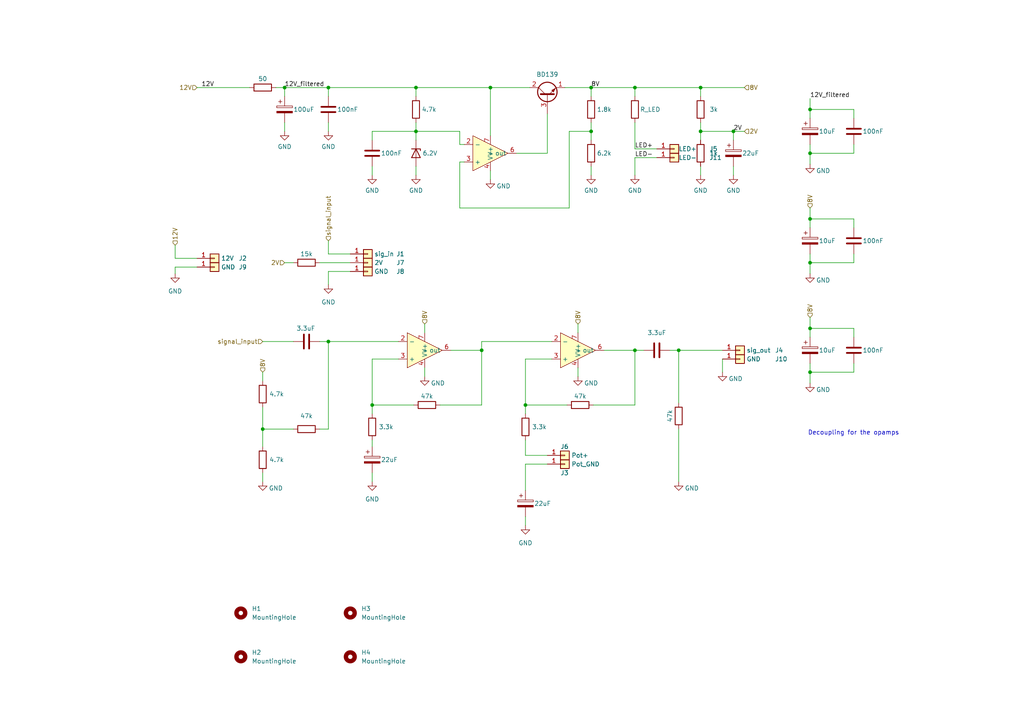
<source format=kicad_sch>
(kicad_sch (version 20230121) (generator eeschema)
  (paper "A4")
  (title_block (title "Mikrofonverstärker") (date "2023-09-23") (rev "A"))
  (lib_symbols
    (symbol "Connector_Generic:Conn_01x01" (pin_names (offset 1.016) hide)
      (property "Reference" "J" (at 0 2.54 0))
      (property "Value" "Conn_01x01" (at 0 -2.54 0))
      (symbol "Conn_01x01_1_1"
        (rectangle (start -1.27 0.127) (end 0 -0.127) (stroke (width 0.1524)))
        (rectangle (start -1.27 1.27) (end 1.27 -1.27) (stroke (width 0.254)) (fill (type background)))
        (pin passive line (at -5.08 0 0) (length 3.81) (name "Pin_1") (number "1"))
      )
    )
    (symbol "Device:C" (pin_numbers hide) (pin_names (offset 0.254))
      (property "Reference" "C" (at 0.635 2.54 0))
      (property "Value" "C" (at 0.635 -2.54 0))
      (symbol "C_0_1"
        (polyline (pts (xy -2.032 -0.762) (xy 2.032 -0.762)) (stroke (width 0.508)))
        (polyline (pts (xy -2.032 0.762) (xy 2.032 0.762)) (stroke (width 0.508)))
      )
      (symbol "C_1_1"
        (pin passive line (at 0 3.81 270) (length 2.794) (name "~") (number "1"))
        (pin passive line (at 0 -3.81 90) (length 2.794) (name "~") (number "2"))
      )
    )
    (symbol "Device:C_Polarized" (pin_numbers hide) (pin_names (offset 0.254))
      (property "Reference" "C" (at 0.635 2.54 0))
      (property "Value" "C_Polarized" (at 0.635 -2.54 0))
      (symbol "C_Polarized_0_1"
        (rectangle (start -2.286 0.508) (end 2.286 1.016))
        (polyline (pts (xy -1.778 2.286) (xy -0.762 2.286)))
        (polyline (pts (xy -1.27 2.794) (xy -1.27 1.778)))
        (rectangle (start 2.286 -0.508) (end -2.286 -1.016) (fill (type outline)))
      )
      (symbol "C_Polarized_1_1"
        (pin passive line (at 0 3.81 270) (length 2.794) (name "~") (number "1"))
        (pin passive line (at 0 -3.81 90) (length 2.794) (name "~") (number "2"))
      )
    )
    (symbol "Device:D_Zener" (pin_numbers hide) (pin_names (offset 1.016) hide)
      (property "Reference" "D" (at 0 2.54 0))
      (property "Value" "D_Zener" (at 0 -2.54 0))
      (symbol "D_Zener_0_1"
        (polyline (pts (xy 1.27 0) (xy -1.27 0)))
        (polyline (pts (xy -1.27 -1.27) (xy -1.27 1.27) (xy -0.762 1.27)) (stroke (width 0.254)))
        (polyline (pts (xy 1.27 -1.27) (xy 1.27 1.27) (xy -1.27 0) (xy 1.27 -1.27)) (stroke (width 0.254)))
      )
      (symbol "D_Zener_1_1"
        (pin passive line (at -3.81 0 0) (length 2.54) (name "K") (number "1"))
        (pin passive line (at 3.81 0 180) (length 2.54) (name "A") (number "2"))
      )
    )
    (symbol "Device:R" (pin_numbers hide) (pin_names (offset 0))
      (property "Reference" "R" (at 2.032 0 90))
      (property "Value" "R" (at 0 0 90))
      (symbol "R_0_1"
        (rectangle (start -1.016 -2.54) (end 1.016 2.54) (stroke (width 0.254)))
      )
      (symbol "R_1_1"
        (pin passive line (at 0 3.81 270) (length 1.27) (name "~") (number "1"))
        (pin passive line (at 0 -3.81 90) (length 1.27) (name "~") (number "2"))
      )
    )
    (symbol "Mechanical:MountingHole" (pin_names (offset 1.016))
      (property "Reference" "H" (at 0 5.08 0))
      (property "Value" "MountingHole" (at 0 3.175 0))
      (symbol "MountingHole_0_1"
        (circle (center 0 0) (radius 1.27) (stroke (width 1.27)))
      )
    )
    (symbol "Transistor_BJT:BD139" (pin_names (offset 0) hide)
      (property "Reference" "Q" (at 5.08 1.905 0))
      (property "Value" "BD139" (at 5.08 0 0))
      (symbol "BD139_0_1"
        (polyline (pts (xy 0 0) (xy 0.635 0)))
        (polyline (pts (xy 2.54 -2.54) (xy 0.635 -0.635)))
        (polyline (pts (xy 2.54 2.54) (xy 0.635 0.635)))
        (polyline (pts (xy 0.635 1.905) (xy 0.635 -1.905) (xy 0.635 -1.905)) (stroke (width 0.508)) (fill (type outline)))
        (polyline (pts (xy 1.2446 -1.778) (xy 1.7526 -1.27) (xy 2.286 -2.286) (xy 1.2446 -1.778) (xy 1.2446 -1.778)) (fill (type outline)))
        (circle (center 1.27 0) (radius 2.8194) (stroke (width 0.3048)))
      )
      (symbol "BD139_1_1"
        (pin passive line (at 2.54 -5.08 90) (length 2.54) (name "E") (number "1"))
        (pin passive line (at 2.54 5.08 270) (length 2.54) (name "C") (number "2"))
        (pin input line (at -5.08 0 0) (length 5.08) (name "B") (number "3"))
      )
    )
    (symbol "opamps:single_opamp"
      (property "Reference" "U" (at 0 0 0))
      (symbol "single_opamp_1_1"
        (polyline (pts (xy 5.08 0) (xy -5.08 5.08) (xy -5.08 0) (xy -5.08 -5.08) (xy 5.08 0)) (fill (type background)))
        (pin input line (at -7.62 2.54 0) (length 2.54) (name "-") (number "2"))
        (pin input line (at -7.62 -2.54 0) (length 2.54) (name "+") (number "3"))
        (pin input line (at 0 -5.08 90) (length 2.54) (name "V-") (number "4"))
        (pin output line (at 7.62 0 180) (length 2.54) (name "out") (number "6"))
        (pin input line (at 0 5.08 270) (length 2.54) (name "V+") (number "7"))
      )
    )
    (symbol "power:GND" (power) (pin_names (offset 0))
      (property "Value" "GND" (at 0 -3.81 0))
      (symbol "GND_0_1"
        (polyline (pts (xy 0 0) (xy 0 -1.27) (xy 1.27 -1.27) (xy 0 -2.54) (xy -1.27 -1.27) (xy 0 -1.27)))
      )
      (symbol "GND_1_1"
        (pin power_in line (at 0 0 270) (length 0) hide (name "GND") (number "1"))
      )
    )
  )
  (junction (at 203.2 25.4))
  (junction (at 196.85 101.6))
  (junction (at 234.95 63.5))
  (junction (at 95.25 99.06))
  (junction (at 95.25 25.4))
  (junction (at 76.2 124.46))
  (junction (at 139.7 101.6))
  (junction (at 171.45 38.1))
  (junction (at 120.65 25.4))
  (junction (at 120.65 38.1))
  (junction (at 234.95 95.25))
  (junction (at 82.55 25.4))
  (junction (at 184.15 101.6))
  (junction (at 203.2 38.1))
  (junction (at 234.95 31.75))
  (junction (at 212.725 38.1))
  (junction (at 107.95 117.475))
  (junction (at 171.45 25.4))
  (junction (at 234.95 76.2))
  (junction (at 234.95 44.45))
  (junction (at 234.95 107.95))
  (junction (at 142.24 25.4))
  (junction (at 184.15 25.4))
  (junction (at 152.4 117.475))
  (wire (pts (xy 234.95 63.5) (xy 234.95 66.04)))
  (wire (pts (xy 209.55 107.95) (xy 209.55 104.14)))
  (wire (pts (xy 107.95 40.64) (xy 107.95 38.1)))
  (wire (pts (xy 120.65 38.1) (xy 133.35 38.1)))
  (wire (pts (xy 95.25 73.66) (xy 101.6 73.66)))
  (wire (pts (xy 184.15 35.56) (xy 184.15 43.18)))
  (wire (pts (xy 107.95 38.1) (xy 120.65 38.1)))
  (wire (pts (xy 171.45 38.1) (xy 171.45 40.64)))
  (wire (pts (xy 152.4 117.475) (xy 164.465 117.475)))
  (wire (pts (xy 163.83 25.4) (xy 171.45 25.4)))
  (wire (pts (xy 234.95 76.2) (xy 247.65 76.2)))
  (wire (pts (xy 212.725 38.1) (xy 212.725 40.64)))
  (wire (pts (xy 165.1 38.1) (xy 165.1 60.325)))
  (wire (pts (xy 50.8 77.47) (xy 57.15 77.47)))
  (wire (pts (xy 152.4 149.86) (xy 152.4 152.4)))
  (wire (pts (xy 203.2 38.1) (xy 203.2 40.64)))
  (wire (pts (xy 139.7 99.06) (xy 160.02 99.06)))
  (wire (pts (xy 203.2 38.1) (xy 212.725 38.1)))
  (wire (pts (xy 196.85 101.6) (xy 209.55 101.6)))
  (wire (pts (xy 152.4 132.08) (xy 158.75 132.08)))
  (wire (pts (xy 139.7 101.6) (xy 139.7 117.475)))
  (wire (pts (xy 152.4 127.635) (xy 152.4 132.08)))
  (wire (pts (xy 76.2 124.46) (xy 85.09 124.46)))
  (wire (pts (xy 171.45 35.56) (xy 171.45 38.1)))
  (wire (pts (xy 167.64 106.68) (xy 167.64 109.22)))
  (wire (pts (xy 133.35 41.91) (xy 134.62 41.91)))
  (wire (pts (xy 171.45 48.26) (xy 171.45 50.8)))
  (wire (pts (xy 171.45 27.94) (xy 171.45 25.4)))
  (wire (pts (xy 234.95 95.25) (xy 247.65 95.25)))
  (wire (pts (xy 167.64 93.98) (xy 167.64 96.52)))
  (wire (pts (xy 50.8 74.93) (xy 57.15 74.93)))
  (wire (pts (xy 247.65 66.04) (xy 247.65 63.5)))
  (wire (pts (xy 158.75 33.02) (xy 158.75 44.45)))
  (wire (pts (xy 133.35 38.1) (xy 133.35 41.91)))
  (wire (pts (xy 107.95 104.14) (xy 107.95 117.475)))
  (wire (pts (xy 95.25 78.74) (xy 101.6 78.74)))
  (wire (pts (xy 234.95 105.41) (xy 234.95 107.95)))
  (wire (pts (xy 152.4 117.475) (xy 152.4 120.015)))
  (wire (pts (xy 234.95 28.575) (xy 234.95 31.75)))
  (wire (pts (xy 184.15 25.4) (xy 203.2 25.4)))
  (wire (pts (xy 160.02 104.14) (xy 152.4 104.14)))
  (wire (pts (xy 139.7 99.06) (xy 139.7 101.6)))
  (wire (pts (xy 107.95 137.16) (xy 107.95 139.7)))
  (wire (pts (xy 247.65 97.79) (xy 247.65 95.25)))
  (wire (pts (xy 120.65 35.56) (xy 120.65 38.1)))
  (wire (pts (xy 234.95 95.25) (xy 234.95 97.79)))
  (wire (pts (xy 142.24 49.53) (xy 142.24 52.07)))
  (wire (pts (xy 247.65 73.66) (xy 247.65 76.2)))
  (wire (pts (xy 76.2 124.46) (xy 76.2 129.54)))
  (wire (pts (xy 184.15 101.6) (xy 184.15 117.475)))
  (wire (pts (xy 107.95 117.475) (xy 107.95 120.015)))
  (wire (pts (xy 107.95 127.635) (xy 107.95 129.54)))
  (wire (pts (xy 234.95 79.375) (xy 234.95 76.2)))
  (wire (pts (xy 123.19 93.98) (xy 123.19 96.52)))
  (wire (pts (xy 234.95 63.5) (xy 247.65 63.5)))
  (wire (pts (xy 234.95 111.125) (xy 234.95 107.95)))
  (wire (pts (xy 95.25 99.06) (xy 115.57 99.06)))
  (wire (pts (xy 50.8 71.12) (xy 50.8 74.93)))
  (wire (pts (xy 95.25 69.85) (xy 95.25 73.66)))
  (wire (pts (xy 92.71 99.06) (xy 95.25 99.06)))
  (wire (pts (xy 158.75 134.62) (xy 152.4 134.62)))
  (wire (pts (xy 133.35 46.99) (xy 133.35 60.325)))
  (wire (pts (xy 234.95 47.625) (xy 234.95 44.45)))
  (wire (pts (xy 149.86 44.45) (xy 158.75 44.45)))
  (wire (pts (xy 120.65 48.26) (xy 120.65 50.8)))
  (wire (pts (xy 234.95 41.91) (xy 234.95 44.45)))
  (wire (pts (xy 184.15 45.72) (xy 184.15 50.8)))
  (wire (pts (xy 234.95 92.075) (xy 234.95 95.25)))
  (wire (pts (xy 76.2 99.06) (xy 85.09 99.06)))
  (wire (pts (xy 212.725 38.1) (xy 215.9 38.1)))
  (wire (pts (xy 133.35 60.325) (xy 165.1 60.325)))
  (wire (pts (xy 123.19 106.68) (xy 123.19 109.22)))
  (wire (pts (xy 247.65 105.41) (xy 247.65 107.95)))
  (wire (pts (xy 234.95 31.75) (xy 247.65 31.75)))
  (wire (pts (xy 196.85 101.6) (xy 196.85 116.84)))
  (wire (pts (xy 203.2 25.4) (xy 203.2 27.94)))
  (wire (pts (xy 120.65 25.4) (xy 142.24 25.4)))
  (wire (pts (xy 142.24 25.4) (xy 142.24 39.37)))
  (wire (pts (xy 234.95 60.325) (xy 234.95 63.5)))
  (wire (pts (xy 76.2 107.95) (xy 76.2 110.49)))
  (wire (pts (xy 95.25 124.46) (xy 95.25 99.06)))
  (wire (pts (xy 203.2 48.26) (xy 203.2 50.8)))
  (wire (pts (xy 171.45 25.4) (xy 184.15 25.4)))
  (wire (pts (xy 152.4 104.14) (xy 152.4 117.475)))
  (wire (pts (xy 95.25 25.4) (xy 120.65 25.4)))
  (wire (pts (xy 212.725 48.26) (xy 212.725 50.8)))
  (wire (pts (xy 107.95 117.475) (xy 120.015 117.475)))
  (wire (pts (xy 57.15 25.4) (xy 72.39 25.4)))
  (wire (pts (xy 120.65 38.1) (xy 120.65 40.64)))
  (wire (pts (xy 82.55 35.56) (xy 82.55 38.1)))
  (wire (pts (xy 92.71 76.2) (xy 101.6 76.2)))
  (wire (pts (xy 152.4 134.62) (xy 152.4 142.24)))
  (wire (pts (xy 184.15 25.4) (xy 184.15 27.94)))
  (wire (pts (xy 142.24 25.4) (xy 153.67 25.4)))
  (wire (pts (xy 76.2 137.16) (xy 76.2 139.7)))
  (wire (pts (xy 92.71 124.46) (xy 95.25 124.46)))
  (wire (pts (xy 107.95 48.26) (xy 107.95 50.8)))
  (wire (pts (xy 234.95 44.45) (xy 247.65 44.45)))
  (wire (pts (xy 184.15 117.475) (xy 172.085 117.475)))
  (wire (pts (xy 184.15 101.6) (xy 186.69 101.6)))
  (wire (pts (xy 247.65 41.91) (xy 247.65 44.45)))
  (wire (pts (xy 190.5 45.72) (xy 184.15 45.72)))
  (wire (pts (xy 171.45 38.1) (xy 165.1 38.1)))
  (wire (pts (xy 234.95 107.95) (xy 247.65 107.95)))
  (wire (pts (xy 80.01 25.4) (xy 82.55 25.4)))
  (wire (pts (xy 95.25 35.56) (xy 95.25 38.1)))
  (wire (pts (xy 50.8 79.375) (xy 50.8 77.47)))
  (wire (pts (xy 203.2 25.4) (xy 215.9 25.4)))
  (wire (pts (xy 203.2 35.56) (xy 203.2 38.1)))
  (wire (pts (xy 115.57 104.14) (xy 107.95 104.14)))
  (wire (pts (xy 139.7 117.475) (xy 127.635 117.475)))
  (wire (pts (xy 234.95 73.66) (xy 234.95 76.2)))
  (wire (pts (xy 134.62 46.99) (xy 133.35 46.99)))
  (wire (pts (xy 130.81 101.6) (xy 139.7 101.6)))
  (wire (pts (xy 82.55 25.4) (xy 82.55 27.94)))
  (wire (pts (xy 120.65 25.4) (xy 120.65 27.94)))
  (wire (pts (xy 194.31 101.6) (xy 196.85 101.6)))
  (wire (pts (xy 196.85 124.46) (xy 196.85 139.7)))
  (wire (pts (xy 184.15 43.18) (xy 190.5 43.18)))
  (wire (pts (xy 82.55 76.2) (xy 85.09 76.2)))
  (wire (pts (xy 247.65 34.29) (xy 247.65 31.75)))
  (wire (pts (xy 82.55 25.4) (xy 95.25 25.4)))
  (wire (pts (xy 175.26 101.6) (xy 184.15 101.6)))
  (wire (pts (xy 95.25 82.55) (xy 95.25 78.74)))
  (wire (pts (xy 95.25 27.94) (xy 95.25 25.4)))
  (wire (pts (xy 234.95 31.75) (xy 234.95 34.29)))
  (wire (pts (xy 76.2 118.11) (xy 76.2 124.46)))
  (text "Decoupling for the opamps" (at 234.315 126.365 0) (effects (font (size 1.27 1.27)) (justify left bottom)))
  (label "2V" (at 212.725 38.1 0))
  (label "8V" (at 171.45 25.4 0))
  (label "LED-" (at 184.15 45.72 0))
  (label "LED+" (at 184.15 43.18 0))
  (label "12V_filtered" (at 234.95 28.575 0))
  (label "12V" (at 58.42 25.4 0))
  (label "12V_filtered" (at 82.55 25.4 0))
  (hierarchical_label "8V" (shape input) (at 234.95 60.325 90))
  (hierarchical_label "8V" (shape input) (at 123.19 93.98 90))
  (hierarchical_label "8V" (shape input) (at 76.2 107.95 90))
  (hierarchical_label "12V" (shape input) (at 50.8 71.12 90))
  (hierarchical_label "2V" (shape input) (at 82.55 76.2 180))
  (hierarchical_label "8V" (shape input) (at 215.9 25.4 0))
  (hierarchical_label "signal_input" (shape input) (at 76.2 99.06 180))
  (hierarchical_label "8V" (shape input) (at 167.64 93.98 90))
  (hierarchical_label "signal_input" (shape input) (at 95.25 69.85 90))
  (hierarchical_label "2V" (shape input) (at 215.9 38.1 0))
  (hierarchical_label "8V" (shape input) (at 234.95 92.075 90))
  (hierarchical_label "12V" (shape input) (at 57.15 25.4 180))
  (symbol (lib_id "Device:C_Polarized") (at 212.725 44.45 0) (unit 1)
    (property "Reference" "C3" (effects hide))
    (property "Value" "22uF" (at 215.265 44.45 0) (effects (justify left)))
    (property "Footprint" "Capacitor_THT:CP_Radial_D5.0mm_P2.00mm" (effects hide))
  )
  (symbol (lib_id "Device:R") (at 123.825 117.475 90) (unit 1)
    (property "Reference" "R1" (effects hide))
    (property "Value" "47k" (at 123.825 114.935 90))
    (property "Footprint" "Resistor_THT:R_Axial_DIN0207_L6.3mm_D2.5mm_P10.16mm_Horizontal" (effects hide))
  )
  (symbol (lib_id "Device:R") (at 184.15 31.75 180) (unit 1)
    (property "Reference" "R18" (effects hide))
    (property "Value" "R_LED" (at 188.595 31.75 0))
    (property "Footprint" "Resistor_THT:R_Axial_DIN0207_L6.3mm_D2.5mm_P10.16mm_Horizontal" (effects hide))
  )
  (symbol (lib_id "Mechanical:MountingHole") (at 69.85 177.8 0) (unit 1)
    (property "Reference" "H1" (at 73.025 176.53 0) (effects (justify left)))
    (property "Value" "MountingHole" (at 73.025 179.07 0) (effects (justify left)))
    (property "Footprint" "MountingHole:MountingHole_3.2mm_M3_DIN965" (effects hide))
  )
  (symbol (lib_id "Connector_Generic:Conn_01x01") (at 106.68 78.74 0) (unit 1)
    (property "Reference" "J8" (at 114.935 78.74 0) (effects (justify left)))
    (property "Value" "GND" (at 108.585 78.74 0) (effects (justify left)))
    (property "Footprint" "TestPoint:TestPoint_THTPad_D1.5mm_Drill0.7mm" (effects hide))
  )
  (symbol (lib_id "Device:C_Polarized") (at 234.95 101.6 0) (unit 1)
    (property "Reference" "C16" (effects hide))
    (property "Value" "10uF" (at 237.49 101.6 0) (effects (justify left)))
    (property "Footprint" "Capacitor_THT:CP_Radial_D4.0mm_P1.50mm" (effects hide))
  )
  (symbol (lib_id "Device:C") (at 107.95 44.45 0) (unit 1)
    (property "Reference" "C8" (effects hide))
    (property "Value" "100nF" (at 110.49 44.45 0) (effects (justify left)))
    (property "Footprint" "Capacitor_THT:C_Disc_D5.0mm_W2.5mm_P5.00mm" (effects hide))
  )
  (symbol (lib_id "power:GND") (at 107.95 139.7 0) (unit 1)
    (property "Reference" "#PWR01" (effects hide))
    (property "Value" "GND" (at 107.95 144.78 0))
  )
  (symbol (lib_id "Device:C") (at 88.9 99.06 90) (unit 1)
    (property "Reference" "C1" (effects hide))
    (property "Value" "3.3uF" (at 91.44 95.25 90) (effects (justify left)))
    (property "Footprint" "Capacitor_THT:C_Rect_L24.0mm_W12.2mm_P22.50mm_MKT" (effects hide))
    (property "Reichelt" "ECWFA 3,3U 250" (effects hide))
  )
  (symbol (lib_id "opamps:single_opamp") (at 167.64 101.6 0) (unit 1)
    (property "Reference" "U2" (effects hide))
    (property "Value" "~" (at 167.64 101.6 0))
    (property "Footprint" "Package_DIP:DIP-8_W7.62mm" (effects hide))
  )
  (symbol (lib_id "power:GND") (at 196.85 139.7 0) (unit 1)
    (property "Reference" "#PWR07" (effects hide))
    (property "Value" "GND" (at 200.66 141.605 0))
  )
  (symbol (lib_id "Device:C") (at 247.65 69.85 0) (unit 1)
    (property "Reference" "C11" (effects hide))
    (property "Value" "100nF" (at 250.19 69.85 0) (effects (justify left)))
    (property "Footprint" "Capacitor_THT:C_Disc_D5.0mm_W2.5mm_P5.00mm" (effects hide))
  )
  (symbol (lib_id "power:GND") (at 234.95 47.625 0) (unit 1)
    (property "Reference" "#PWR020" (effects hide))
    (property "Value" "GND" (at 238.76 49.53 0))
  )
  (symbol (lib_id "power:GND") (at 120.65 50.8 0) (unit 1)
    (property "Reference" "#PWR011" (effects hide))
    (property "Value" "GND" (at 120.65 55.245 0))
  )
  (symbol (lib_id "Device:R") (at 88.9 124.46 90) (unit 1)
    (property "Reference" "R6" (effects hide))
    (property "Value" "47k" (at 88.9 120.65 90))
    (property "Footprint" "Resistor_THT:R_Axial_DIN0207_L6.3mm_D2.5mm_P10.16mm_Horizontal" (effects hide))
  )
  (symbol (lib_id "Connector_Generic:Conn_01x01") (at 62.23 77.47 0) (unit 1)
    (property "Reference" "J9" (at 69.215 77.47 0) (effects (justify left)))
    (property "Value" "GND" (at 64.135 77.47 0) (effects (justify left)))
    (property "Footprint" "TestPoint:TestPoint_THTPad_D1.5mm_Drill0.7mm" (effects hide))
  )
  (symbol (lib_id "power:GND") (at 171.45 50.8 0) (unit 1)
    (property "Reference" "#PWR013" (effects hide))
    (property "Value" "GND" (at 171.45 55.245 0))
  )
  (symbol (lib_id "Device:R") (at 203.2 31.75 180) (unit 1)
    (property "Reference" "R5" (effects hide))
    (property "Value" "3k" (at 207.01 31.75 0))
    (property "Footprint" "Resistor_THT:R_Axial_DIN0207_L6.3mm_D2.5mm_P10.16mm_Horizontal" (effects hide))
  )
  (symbol (lib_id "Device:R") (at 196.85 120.65 180) (unit 1)
    (property "Reference" "R9" (effects hide))
    (property "Value" "47k" (at 194.31 120.65 90))
    (property "Footprint" "Resistor_THT:R_Axial_DIN0207_L6.3mm_D2.5mm_P10.16mm_Horizontal" (effects hide))
  )
  (symbol (lib_id "Device:R") (at 88.9 76.2 90) (unit 1)
    (property "Reference" "R19" (effects hide))
    (property "Value" "15k" (at 88.9 73.66 90))
    (property "Footprint" "Resistor_THT:R_Axial_DIN0207_L6.3mm_D2.5mm_P10.16mm_Horizontal" (effects hide))
  )
  (symbol (lib_id "power:GND") (at 167.64 109.22 0) (unit 1)
    (property "Reference" "#PWR06" (effects hide))
    (property "Value" "GND" (at 171.45 111.125 0))
  )
  (symbol (lib_id "Device:R") (at 76.2 133.35 180) (unit 1)
    (property "Reference" "R4" (effects hide))
    (property "Value" "4.7k" (at 78.105 133.35 0) (effects (justify right)))
    (property "Footprint" "Resistor_THT:R_Axial_DIN0207_L6.3mm_D2.5mm_P10.16mm_Horizontal" (effects hide))
  )
  (symbol (lib_id "Device:C") (at 190.5 101.6 90) (unit 1)
    (property "Reference" "C5" (effects hide))
    (property "Value" "3.3uF" (at 190.5 96.52 90))
    (property "Footprint" "Capacitor_THT:C_Rect_L24.0mm_W12.2mm_P22.50mm_MKT" (effects hide))
  )
  (symbol (lib_id "power:GND") (at 50.8 79.375 0) (unit 1)
    (property "Reference" "#PWR018" (effects hide))
    (property "Value" "GND" (at 50.8 84.455 0))
  )
  (symbol (lib_id "Device:R") (at 120.65 31.75 180) (unit 1)
    (property "Reference" "R12" (effects hide))
    (property "Value" "4.7k" (at 124.46 31.75 0))
    (property "Footprint" "Resistor_THT:R_Axial_DIN0207_L6.3mm_D2.5mm_P10.16mm_Horizontal" (effects hide))
  )
  (symbol (lib_id "Device:C_Polarized") (at 152.4 146.05 0) (unit 1)
    (property "Reference" "C4" (effects hide))
    (property "Value" "22uF" (at 154.94 146.05 0) (effects (justify left)))
    (property "Footprint" "Capacitor_THT:CP_Radial_D5.0mm_P2.00mm" (effects hide))
  )
  (symbol (lib_id "power:GND") (at 95.25 38.1 0) (unit 1)
    (property "Reference" "#PWR010" (effects hide))
    (property "Value" "GND" (at 95.25 42.545 0))
  )
  (symbol (lib_id "Device:R") (at 76.2 25.4 90) (unit 1)
    (property "Reference" "R11" (effects hide))
    (property "Value" "50" (at 76.2 22.86 90))
    (property "Footprint" "Resistor_THT:R_Axial_DIN0207_L6.3mm_D2.5mm_P10.16mm_Horizontal" (effects hide))
  )
  (symbol (lib_id "Connector_Generic:Conn_01x01") (at 163.83 132.08 0) (unit 1)
    (property "Reference" "J6" (at 162.56 129.54 0) (effects (justify left)))
    (property "Value" "Pot+" (at 165.735 132.08 0) (effects (justify left)))
    (property "Footprint" "TestPoint:TestPoint_THTPad_D1.5mm_Drill0.7mm" (effects hide))
  )
  (symbol (lib_id "Device:R") (at 107.95 123.825 180) (unit 1)
    (property "Reference" "R2" (effects hide))
    (property "Value" "3.3k" (at 109.855 123.825 0) (effects (justify right)))
    (property "Footprint" "Resistor_THT:R_Axial_DIN0207_L6.3mm_D2.5mm_P10.16mm_Horizontal" (effects hide))
  )
  (symbol (lib_id "power:GND") (at 82.55 38.1 0) (unit 1)
    (property "Reference" "#PWR09" (effects hide))
    (property "Value" "GND" (at 82.55 42.545 0))
  )
  (symbol (lib_id "Device:R") (at 152.4 123.825 180) (unit 1)
    (property "Reference" "R7" (effects hide))
    (property "Value" "3.3k" (at 154.305 123.825 0) (effects (justify right)))
    (property "Footprint" "Resistor_THT:R_Axial_DIN0207_L6.3mm_D2.5mm_P10.16mm_Horizontal" (effects hide))
  )
  (symbol (lib_id "Device:C") (at 247.65 38.1 0) (unit 1)
    (property "Reference" "C12" (effects hide))
    (property "Value" "100nF" (at 250.19 38.1 0) (effects (justify left)))
    (property "Footprint" "Capacitor_THT:C_Disc_D5.0mm_W2.5mm_P5.00mm" (effects hide))
  )
  (symbol (lib_id "Transistor_BJT:BD139") (at 158.75 27.94 90) (unit 1)
    (property "Reference" "Q1" (effects hide))
    (property "Value" "BD139" (at 158.75 21.59 90))
    (property "Footprint" "Package_TO_SOT_THT:TO-126-3_Vertical" (effects hide))
    (property "Datasheet" "http://www.st.com/internet/com/TECHNICAL_RESOURCES/TECHNICAL_LITERATURE/DATASHEET/CD00001225.pdf" (effects hide))
  )
  (symbol (lib_id "power:GND") (at 152.4 152.4 0) (unit 1)
    (property "Reference" "#PWR05" (effects hide))
    (property "Value" "GND" (at 152.4 157.48 0))
  )
  (symbol (lib_id "power:GND") (at 184.15 50.8 0) (unit 1)
    (property "Reference" "#PWR016" (effects hide))
    (property "Value" "GND" (at 184.15 55.245 0))
  )
  (symbol (lib_id "Device:R") (at 203.2 44.45 180) (unit 1)
    (property "Reference" "R17" (effects hide))
    (property "Value" "1k" (at 207.01 44.45 0))
    (property "Footprint" "Resistor_THT:R_Axial_DIN0207_L6.3mm_D2.5mm_P10.16mm_Horizontal" (effects hide))
  )
  (symbol (lib_id "opamps:single_opamp") (at 142.24 44.45 0) (unit 1)
    (property "Reference" "U1" (effects hide))
    (property "Value" "~" (at 142.24 44.45 0))
    (property "Footprint" "Package_DIP:DIP-8_W7.62mm" (effects hide))
  )
  (symbol (lib_id "power:GND") (at 107.95 50.8 0) (unit 1)
    (property "Reference" "#PWR012" (effects hide))
    (property "Value" "GND" (at 107.95 55.245 0))
  )
  (symbol (lib_id "Device:C_Polarized") (at 107.95 133.35 0) (unit 1)
    (property "Reference" "C2" (effects hide))
    (property "Value" "22uF" (at 110.49 133.35 0) (effects (justify left)))
    (property "Footprint" "Capacitor_THT:CP_Radial_D5.0mm_P2.00mm" (effects hide))
  )
  (symbol (lib_id "power:GND") (at 123.19 109.22 0) (unit 1)
    (property "Reference" "#PWR02" (effects hide))
    (property "Value" "GND" (at 127 111.125 0))
  )
  (symbol (lib_id "Connector_Generic:Conn_01x01") (at 195.58 43.18 0) (unit 1)
    (property "Reference" "J5" (at 205.74 43.18 0) (effects (justify left)))
    (property "Value" "LED+" (at 196.85 43.18 0) (effects (justify left)))
    (property "Footprint" "TestPoint:TestPoint_THTPad_D1.5mm_Drill0.7mm" (effects hide))
  )
  (symbol (lib_id "power:GND") (at 203.2 50.8 0) (unit 1)
    (property "Reference" "#PWR014" (effects hide))
    (property "Value" "GND" (at 203.2 55.245 0))
  )
  (symbol (lib_id "power:GND") (at 209.55 107.95 0) (unit 1)
    (property "Reference" "#PWR022" (effects hide))
    (property "Value" "GND" (at 213.36 109.855 0))
  )
  (symbol (lib_id "Device:R") (at 171.45 31.75 180) (unit 1)
    (property "Reference" "R10" (effects hide))
    (property "Value" "1.8k" (at 175.26 31.75 0))
    (property "Footprint" "Resistor_THT:R_Axial_DIN0207_L6.3mm_D2.5mm_P10.16mm_Horizontal" (effects hide))
  )
  (symbol (lib_id "power:GND") (at 95.25 82.55 0) (unit 1)
    (property "Reference" "#PWR017" (effects hide))
    (property "Value" "GND" (at 95.25 87.63 0))
  )
  (symbol (lib_id "power:GND") (at 234.95 79.375 0) (unit 1)
    (property "Reference" "#PWR019" (effects hide))
    (property "Value" "GND" (at 238.76 81.28 0))
  )
  (symbol (lib_id "Mechanical:MountingHole") (at 101.6 177.8 0) (unit 1)
    (property "Reference" "H3" (at 104.775 176.53 0) (effects (justify left)))
    (property "Value" "MountingHole" (at 104.775 179.07 0) (effects (justify left)))
    (property "Footprint" "MountingHole:MountingHole_3.2mm_M3_DIN965" (effects hide))
  )
  (symbol (lib_id "Device:R") (at 171.45 44.45 180) (unit 1)
    (property "Reference" "R13" (effects hide))
    (property "Value" "6.2k" (at 175.26 44.45 0))
    (property "Footprint" "Resistor_THT:R_Axial_DIN0207_L6.3mm_D2.5mm_P10.16mm_Horizontal" (effects hide))
  )
  (symbol (lib_id "Connector_Generic:Conn_01x01") (at 62.23 74.93 0) (unit 1)
    (property "Reference" "J2" (at 69.215 74.93 0) (effects (justify left)))
    (property "Value" "12V" (at 64.135 74.93 0) (effects (justify left)))
    (property "Footprint" "TestPoint:TestPoint_THTPad_D1.5mm_Drill0.7mm" (effects hide))
  )
  (symbol (lib_id "Connector_Generic:Conn_01x01") (at 163.83 134.62 0) (unit 1)
    (property "Reference" "J3" (at 162.56 137.16 0) (effects (justify left)))
    (property "Value" "Pot_GND" (at 165.735 134.62 0) (effects (justify left)))
    (property "Footprint" "TestPoint:TestPoint_THTPad_D1.5mm_Drill0.7mm" (effects hide))
  )
  (symbol (lib_id "Device:C_Polarized") (at 82.55 31.75 0) (unit 1)
    (property "Reference" "C6" (effects hide))
    (property "Value" "100uF" (at 85.09 31.75 0) (effects (justify left)))
    (property "Footprint" "Capacitor_THT:CP_Radial_D6.3mm_P2.50mm" (effects hide))
  )
  (symbol (lib_id "Device:C_Polarized") (at 234.95 38.1 0) (unit 1)
    (property "Reference" "C10" (effects hide))
    (property "Value" "10uF" (at 237.49 38.1 0) (effects (justify left)))
    (property "Footprint" "Capacitor_THT:CP_Radial_D4.0mm_P1.50mm" (effects hide))
  )
  (symbol (lib_id "Connector_Generic:Conn_01x01") (at 214.63 101.6 0) (unit 1)
    (property "Reference" "J4" (at 224.79 101.6 0) (effects (justify left)))
    (property "Value" "sig_out" (at 216.535 101.6 0) (effects (justify left)))
    (property "Footprint" "TestPoint:TestPoint_THTPad_D1.5mm_Drill0.7mm" (effects hide))
  )
  (symbol (lib_id "Connector_Generic:Conn_01x01") (at 106.68 76.2 0) (unit 1)
    (property "Reference" "J7" (at 114.935 76.2 0) (effects (justify left)))
    (property "Value" "2V" (at 108.585 76.2 0) (effects (justify left)))
    (property "Footprint" "TestPoint:TestPoint_THTPad_D1.5mm_Drill0.7mm" (effects hide))
  )
  (symbol (lib_id "Device:C") (at 247.65 101.6 0) (unit 1)
    (property "Reference" "C9" (effects hide))
    (property "Value" "100nF" (at 250.19 101.6 0) (effects (justify left)))
    (property "Footprint" "Capacitor_THT:C_Disc_D5.0mm_W2.5mm_P5.00mm" (effects hide))
  )
  (symbol (lib_id "Device:R") (at 76.2 114.3 180) (unit 1)
    (property "Reference" "R3" (effects hide))
    (property "Value" "4.7k" (at 78.105 114.3 0) (effects (justify right)))
    (property "Footprint" "Resistor_THT:R_Axial_DIN0207_L6.3mm_D2.5mm_P10.16mm_Horizontal" (effects hide))
  )
  (symbol (lib_id "power:GND") (at 212.725 50.8 0) (unit 1)
    (property "Reference" "#PWR015" (effects hide))
    (property "Value" "GND" (at 212.725 55.245 0))
  )
  (symbol (lib_id "Device:R") (at 168.275 117.475 90) (unit 1)
    (property "Reference" "R8" (effects hide))
    (property "Value" "47k" (at 168.275 114.935 90))
    (property "Footprint" "Resistor_THT:R_Axial_DIN0207_L6.3mm_D2.5mm_P10.16mm_Horizontal" (effects hide))
  )
  (symbol (lib_id "Connector_Generic:Conn_01x01") (at 214.63 104.14 0) (unit 1)
    (property "Reference" "J10" (at 224.79 104.14 0) (effects (justify left)))
    (property "Value" "GND" (at 216.535 104.14 0) (effects (justify left)))
    (property "Footprint" "TestPoint:TestPoint_THTPad_D1.5mm_Drill0.7mm" (effects hide))
  )
  (symbol (lib_id "Mechanical:MountingHole") (at 69.85 190.5 0) (unit 1)
    (property "Reference" "H2" (at 73.025 189.23 0) (effects (justify left)))
    (property "Value" "MountingHole" (at 73.025 191.77 0) (effects (justify left)))
    (property "Footprint" "MountingHole:MountingHole_3.2mm_M3_DIN965" (effects hide))
  )
  (symbol (lib_id "power:GND") (at 234.95 111.125 0) (unit 1)
    (property "Reference" "#PWR021" (effects hide))
    (property "Value" "GND" (at 238.76 113.03 0))
  )
  (symbol (lib_id "Connector_Generic:Conn_01x01") (at 106.68 73.66 0) (unit 1)
    (property "Reference" "J1" (at 114.935 73.66 0) (effects (justify left)))
    (property "Value" "sig_in" (at 108.585 73.66 0) (effects (justify left)))
    (property "Footprint" "TestPoint:TestPoint_THTPad_D1.5mm_Drill0.7mm" (effects hide))
  )
  (symbol (lib_id "Connector_Generic:Conn_01x01") (at 195.58 45.72 0) (unit 1)
    (property "Reference" "J11" (at 205.74 45.72 0) (effects (justify left)))
    (property "Value" "LED-" (at 196.85 45.72 0) (effects (justify left)))
    (property "Footprint" "TestPoint:TestPoint_THTPad_D1.5mm_Drill0.7mm" (effects hide))
  )
  (symbol (lib_id "power:GND") (at 76.2 139.7 0) (unit 1)
    (property "Reference" "#PWR03" (effects hide))
    (property "Value" "GND" (at 80.01 141.605 0))
  )
  (symbol (lib_id "Device:C") (at 95.25 31.75 0) (unit 1)
    (property "Reference" "C7" (effects hide))
    (property "Value" "100nF" (at 97.79 31.75 0) (effects (justify left)))
    (property "Footprint" "Capacitor_THT:C_Disc_D5.0mm_W2.5mm_P5.00mm" (effects hide))
  )
  (symbol (lib_id "Mechanical:MountingHole") (at 101.6 190.5 0) (unit 1)
    (property "Reference" "H4" (at 104.775 189.23 0) (effects (justify left)))
    (property "Value" "MountingHole" (at 104.775 191.77 0) (effects (justify left)))
    (property "Footprint" "MountingHole:MountingHole_3.2mm_M3_DIN965" (effects hide))
  )
  (symbol (lib_id "Device:C_Polarized") (at 234.95 69.85 0) (unit 1)
    (property "Reference" "C13" (effects hide))
    (property "Value" "10uF" (at 237.49 69.85 0) (effects (justify left)))
    (property "Footprint" "Capacitor_THT:CP_Radial_D4.0mm_P1.50mm" (effects hide))
  )
  (symbol (lib_id "Device:D_Zener") (at 120.65 44.45 270) (unit 1)
    (property "Reference" "D1" (effects hide))
    (property "Value" "6.2V" (at 122.555 44.45 90) (effects (justify left)))
    (property "Footprint" "Diode_THT:D_DO-35_SOD27_P7.62mm_Horizontal" (effects hide))
  )
  (symbol (lib_id "power:GND") (at 142.24 52.07 0) (unit 1)
    (property "Reference" "#PWR08" (effects hide))
    (property "Value" "GND" (at 146.05 53.975 0))
  )
  (symbol (lib_id "opamps:single_opamp") (at 123.19 101.6 0) (unit 1)
    (property "Reference" "U4" (effects hide))
    (property "Value" "~" (at 123.19 101.6 0))
    (property "Footprint" "Package_DIP:DIP-8_W7.62mm" (effects hide))
  )
)
</source>
